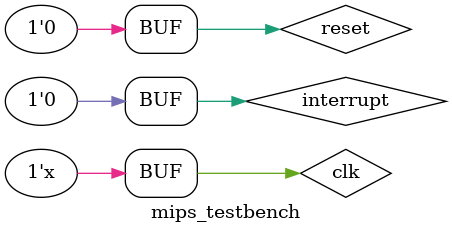
<source format=v>
`timescale 1ns / 1ps


module mips_testbench;

	// Inputs
	reg clk;
	reg reset;
	reg interrupt;

	// Outputs
	wire [31:0] addr;

	// Instantiate the Unit Under Test (UUT)
	mips uut (
		.clk(clk), 
		.reset(reset), 
		.interrupt(interrupt), 
		.addr(addr)
	);

	initial begin
		// Initialize Inputs
		clk = 0;
		reset = 1;
		interrupt = 0;

		// Wait 100 ns for global reset to finish
		#100;
      reset=0;
		// Add stimulus here

	end
	
   always #5 clk=~clk;
endmodule


</source>
